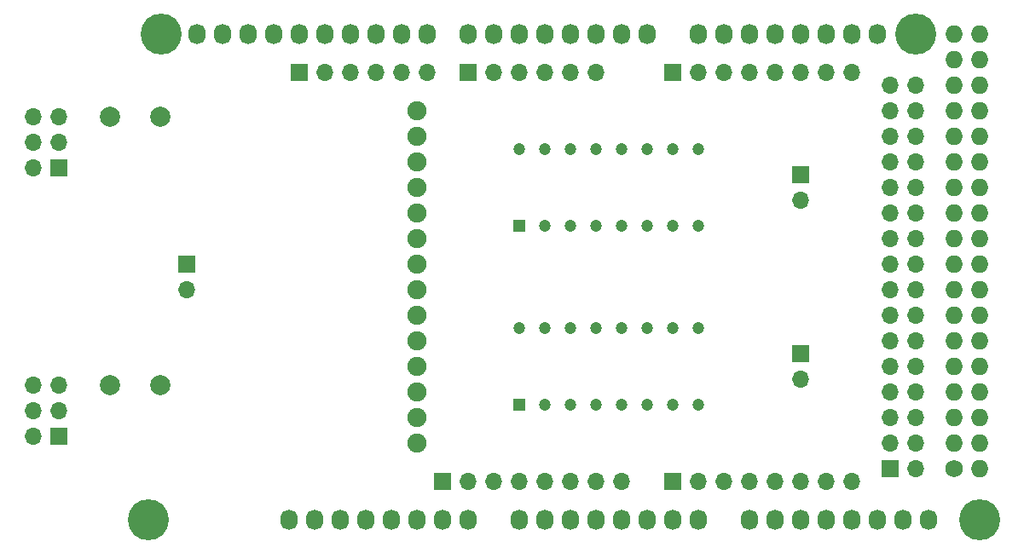
<source format=gts>
G04 #@! TF.GenerationSoftware,KiCad,Pcbnew,(5.1.2-1)-1*
G04 #@! TF.CreationDate,2019-07-30T03:11:21+09:00*
G04 #@! TF.ProjectId,powerpack-shield,706f7765-7270-4616-936b-2d736869656c,rev?*
G04 #@! TF.SameCoordinates,PX6296c50PY74079d0*
G04 #@! TF.FileFunction,Soldermask,Top*
G04 #@! TF.FilePolarity,Negative*
%FSLAX46Y46*%
G04 Gerber Fmt 4.6, Leading zero omitted, Abs format (unit mm)*
G04 Created by KiCad (PCBNEW (5.1.2-1)-1) date 2019-07-30 03:11:21*
%MOMM*%
%LPD*%
G04 APERTURE LIST*
%ADD10C,1.727200*%
%ADD11O,1.727200X1.727200*%
%ADD12O,1.727200X2.032000*%
%ADD13C,4.064000*%
%ADD14R,1.700000X1.700000*%
%ADD15O,1.700000X1.700000*%
%ADD16C,2.000000*%
%ADD17C,1.900000*%
%ADD18R,1.200000X1.200000*%
%ADD19C,1.200000*%
G04 APERTURE END LIST*
D10*
X93980000Y7620000D03*
D11*
X96520000Y7620000D03*
X93980000Y10160000D03*
X96520000Y10160000D03*
X93980000Y12700000D03*
X96520000Y12700000D03*
X93980000Y15240000D03*
X96520000Y15240000D03*
X93980000Y17780000D03*
X96520000Y17780000D03*
X93980000Y20320000D03*
X96520000Y20320000D03*
X93980000Y22860000D03*
X96520000Y22860000D03*
X93980000Y25400000D03*
X96520000Y25400000D03*
X93980000Y27940000D03*
X96520000Y27940000D03*
X93980000Y30480000D03*
X96520000Y30480000D03*
X93980000Y33020000D03*
X96520000Y33020000D03*
X93980000Y35560000D03*
X96520000Y35560000D03*
X93980000Y38100000D03*
X96520000Y38100000D03*
X93980000Y40640000D03*
X96520000Y40640000D03*
X93980000Y43180000D03*
X96520000Y43180000D03*
X93980000Y45720000D03*
X96520000Y45720000D03*
X93980000Y48260000D03*
X96520000Y48260000D03*
X93980000Y50800000D03*
X96520000Y50800000D03*
D12*
X27940000Y2540000D03*
X30480000Y2540000D03*
X33020000Y2540000D03*
X35560000Y2540000D03*
X38100000Y2540000D03*
X40640000Y2540000D03*
X43180000Y2540000D03*
X45720000Y2540000D03*
X50800000Y2540000D03*
X53340000Y2540000D03*
X55880000Y2540000D03*
X58420000Y2540000D03*
X60960000Y2540000D03*
X63500000Y2540000D03*
X66040000Y2540000D03*
X68580000Y2540000D03*
X73660000Y2540000D03*
X76200000Y2540000D03*
X78740000Y2540000D03*
X81280000Y2540000D03*
X83820000Y2540000D03*
X86360000Y2540000D03*
X88900000Y2540000D03*
X91440000Y2540000D03*
X18796000Y50800000D03*
X21336000Y50800000D03*
X23876000Y50800000D03*
X26416000Y50800000D03*
X28956000Y50800000D03*
X31496000Y50800000D03*
X34036000Y50800000D03*
X36576000Y50800000D03*
X39116000Y50800000D03*
X41656000Y50800000D03*
X45720000Y50800000D03*
X48260000Y50800000D03*
X50800000Y50800000D03*
X53340000Y50800000D03*
X55880000Y50800000D03*
X58420000Y50800000D03*
X60960000Y50800000D03*
X63500000Y50800000D03*
X68580000Y50800000D03*
X71120000Y50800000D03*
X73660000Y50800000D03*
X76200000Y50800000D03*
X78740000Y50800000D03*
X81280000Y50800000D03*
X83820000Y50800000D03*
X86360000Y50800000D03*
D13*
X13970000Y2540000D03*
X96520000Y2540000D03*
X15240000Y50800000D03*
X90170000Y50800000D03*
D14*
X87630000Y7620000D03*
D15*
X90170000Y7620000D03*
X87630000Y10160000D03*
X90170000Y10160000D03*
X87630000Y12700000D03*
X90170000Y12700000D03*
X87630000Y15240000D03*
X90170000Y15240000D03*
X87630000Y17780000D03*
X90170000Y17780000D03*
X87630000Y20320000D03*
X90170000Y20320000D03*
X87630000Y22860000D03*
X90170000Y22860000D03*
X87630000Y25400000D03*
X90170000Y25400000D03*
X87630000Y27940000D03*
X90170000Y27940000D03*
X87630000Y30480000D03*
X90170000Y30480000D03*
X87630000Y33020000D03*
X90170000Y33020000D03*
X87630000Y35560000D03*
X90170000Y35560000D03*
X87630000Y38100000D03*
X90170000Y38100000D03*
X87630000Y40640000D03*
X90170000Y40640000D03*
X87630000Y43180000D03*
X90170000Y43180000D03*
X87630000Y45720000D03*
X90170000Y45720000D03*
D14*
X43180000Y6350000D03*
D15*
X45720000Y6350000D03*
X48260000Y6350000D03*
X50800000Y6350000D03*
X53340000Y6350000D03*
X55880000Y6350000D03*
X58420000Y6350000D03*
X60960000Y6350000D03*
X83820000Y6350000D03*
X81280000Y6350000D03*
X78740000Y6350000D03*
X76200000Y6350000D03*
X73660000Y6350000D03*
X71120000Y6350000D03*
X68580000Y6350000D03*
D14*
X66040000Y6350000D03*
X66040000Y46990000D03*
D15*
X68580000Y46990000D03*
X71120000Y46990000D03*
X73660000Y46990000D03*
X76200000Y46990000D03*
X78740000Y46990000D03*
X81280000Y46990000D03*
X83820000Y46990000D03*
D14*
X28956000Y46990000D03*
D15*
X31496000Y46990000D03*
X34036000Y46990000D03*
X36576000Y46990000D03*
X39116000Y46990000D03*
X41656000Y46990000D03*
X58420000Y46990000D03*
X55880000Y46990000D03*
X53340000Y46990000D03*
X50800000Y46990000D03*
X48260000Y46990000D03*
D14*
X45720000Y46990000D03*
D16*
X10160000Y15875000D03*
X15160000Y15875000D03*
D17*
X40640000Y25400000D03*
X40640000Y22860000D03*
X40640000Y20320000D03*
X40640000Y17780000D03*
X40640000Y15240000D03*
X40640000Y12700000D03*
X40640000Y10160000D03*
D18*
X50800000Y13970000D03*
D19*
X53340000Y13970000D03*
X55880000Y13970000D03*
X58420000Y13970000D03*
X60960000Y13970000D03*
X63500000Y13970000D03*
X66040000Y13970000D03*
X68580000Y13970000D03*
X68580000Y21590000D03*
X66040000Y21590000D03*
X63500000Y21590000D03*
X60960000Y21590000D03*
X58420000Y21590000D03*
X55880000Y21590000D03*
X53340000Y21590000D03*
X50800000Y21590000D03*
D14*
X5080000Y10795000D03*
D15*
X2540000Y10795000D03*
X5080000Y13335000D03*
X2540000Y13335000D03*
X5080000Y15875000D03*
X2540000Y15875000D03*
D14*
X78740000Y19050000D03*
D15*
X78740000Y16510000D03*
D14*
X17780000Y27940000D03*
D15*
X17780000Y25400000D03*
D16*
X10160000Y42545000D03*
X15160000Y42545000D03*
D17*
X40640000Y43180000D03*
X40640000Y40640000D03*
X40640000Y38100000D03*
X40640000Y35560000D03*
X40640000Y33020000D03*
X40640000Y30480000D03*
X40640000Y27940000D03*
D18*
X50800000Y31750000D03*
D19*
X53340000Y31750000D03*
X55880000Y31750000D03*
X58420000Y31750000D03*
X60960000Y31750000D03*
X63500000Y31750000D03*
X66040000Y31750000D03*
X68580000Y31750000D03*
X68580000Y39370000D03*
X66040000Y39370000D03*
X63500000Y39370000D03*
X60960000Y39370000D03*
X58420000Y39370000D03*
X55880000Y39370000D03*
X53340000Y39370000D03*
X50800000Y39370000D03*
D14*
X5080000Y37465000D03*
D15*
X2540000Y37465000D03*
X5080000Y40005000D03*
X2540000Y40005000D03*
X5080000Y42545000D03*
X2540000Y42545000D03*
D14*
X78740000Y36830000D03*
D15*
X78740000Y34290000D03*
M02*

</source>
